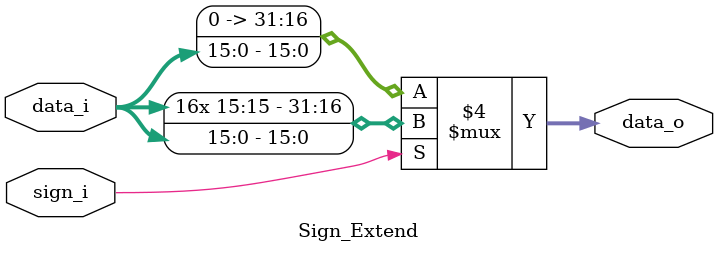
<source format=v>

module Sign_Extend(
    data_i,
    sign_i,
    data_o
    );

//I/O ports
input   [16-1:0] data_i;
input   sign_i;
output  [32-1:0] data_o;

//Internal Signals
reg     [32-1:0] data_o;

always@(*) begin
//Sign extended
    if (sign_i==1) begin
        data_o={{16{data_i[15]}},data_i};
    end else begin
        data_o={{16{1'b0}}, data_i};
    end

end


endmodule

</source>
